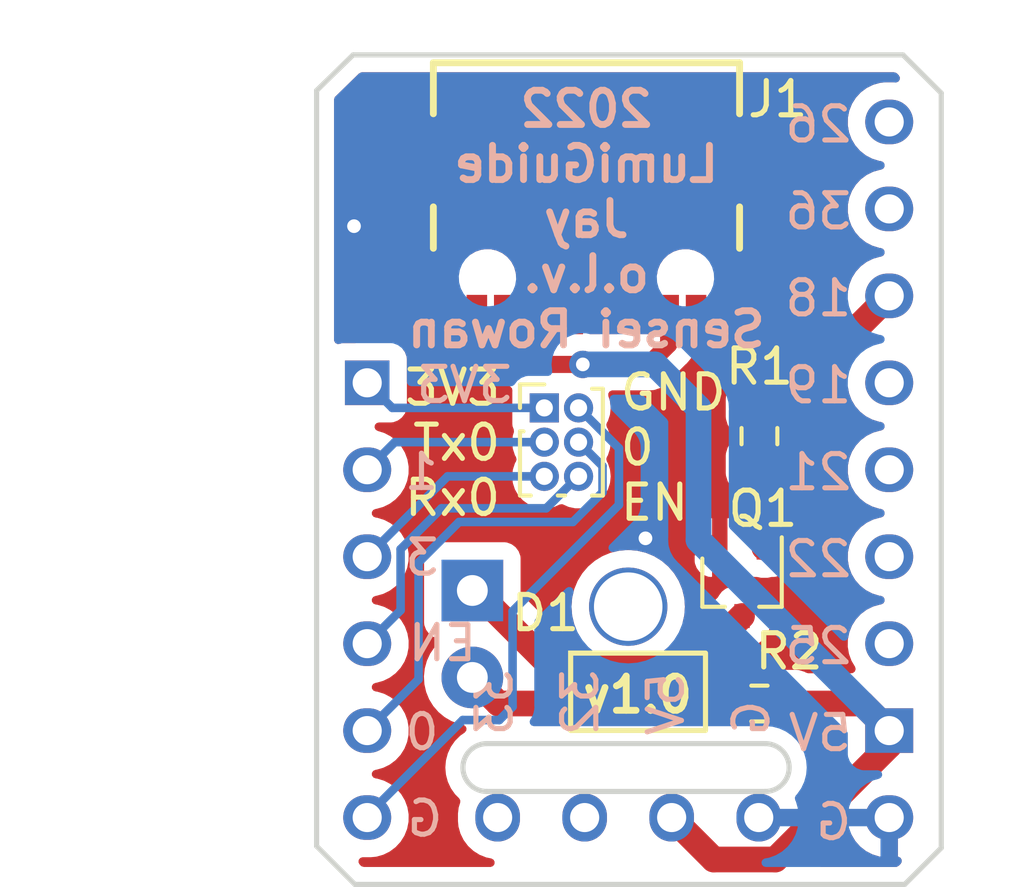
<source format=kicad_pcb>
(kicad_pcb (version 20211014) (generator pcbnew)
  (title_block (title "airco") (date "04-10-2022") (rev "0") (company "lumiguide"))
  (layers (0 "F.Cu" signal) (31 "B.Cu" signal) (34 "B.Paste" user) (35 "F.Paste" user) (36 "B.SilkS" user "B.Silkscreen") (37 "F.SilkS" user "F.Silkscreen") (38 "B.Mask" user) (39 "F.Mask" user) (44 "Edge.Cuts" user))
  (net 0 "")
  (net 1 "Net-(D1-Pad1)")
  (net 2 "Net-(D1-Pad2)")
  (net 3 "GND")
  (net 4 "5V")
  (net 5 "IO18")
  (net 11 "Net-(J2-Pad1)")
  (net 15 "Net-(J2-Pad2)")
  (net 16 "Net-(J2-Pad3)")
  (net 17 "Net-(J2-Pad4)")
  (net 18 "Net-(J2-Pad5)")
  (net 19 "Net-(J2-Pad6)")
  (net 20 "Net-(Q1-Pad1)")
  (footprint "Resistor_SMD:R_0603_1608Metric" (layer "F.Cu") (at 49.276 44.704)
    (fp_text reference "R2" (at 0.8636 -1.524) (layer "F.SilkS"))
    (fp_text value "33.2 ohm")
    (fp_line (start -0.237258 0.5225) (end 0.237258 0.5225) (layer "F.SilkS") (width 0.12))
    (fp_line (start -0.237258 -0.5225) (end 0.237258 -0.5225) (layer "F.SilkS") (width 0.12))
    (pad "1" smd roundrect (at -0.825 0) (size 0.8 0.95) (layers "F.Cu" "F.Paste" "F.Mask") (net 2 "Net-(D1-Pad2)"))
    (pad "2" smd roundrect (at 0.825 0) (size 0.8 0.95) (layers "F.Cu" "F.Paste" "F.Mask") (net 4 "5V"))
  )
  (footprint "Resistor_SMD:R_0603_1608Metric" (layer "F.Cu") (at 49.276 36.893 90)
    (fp_text reference "R1" (at 2.032 0) (layer "F.SilkS"))
    (fp_text value "100 ohm")
    (fp_line (start -0.237258 0.5225) (end 0.237258 0.5225) (layer "F.SilkS") (width 0.12))
    (fp_line (start -0.237258 -0.5225) (end 0.237258 -0.5225) (layer "F.SilkS") (width 0.12))
    (pad "1" smd roundrect (at -0.825 0 90) (size 0.8 0.95) (layers "F.Cu" "F.Paste" "F.Mask") (net 20 "Net-(Q1-Pad1)"))
    (pad "2" smd roundrect (at 0.825 0 90) (size 0.8 0.95) (layers "F.Cu" "F.Paste" "F.Mask") (net 5 "IO18"))
  )
  (footprint "LED_THT:LED_D5.0mm_IRGrey" (layer "F.Cu") (at 40.894 41.402 -90)
    (fp_text reference "D1" (at 0.6604 -2.1336 180) (layer "F.SilkS"))
    (fp_text value "LD271")
    (pad "1" thru_hole rect (at 0 0 270) (size 1.8 1.8) (drill 0.9) (layers *.Cu *.Mask) (net 1 "Net-(D1-Pad1)"))
    (pad "2" thru_hole circle (at 2.54 0 270) (size 1.8 1.8) (drill 0.9) (layers *.Cu *.Mask) (net 2 "Net-(D1-Pad2)"))
  )
  (footprint "USB4110-GF-A_REVB:GCT_USB4110-GF-A_REVB" (layer "F.Cu") (at 44.226 32.266 180)
    (fp_text reference "J1" (at -5.5834 5.215 180) (layer "F.SilkS"))
    (fp_text value "USB4110-GF-A_REVB")
    (fp_line (start -4.47 4.79) (end -4.47 6.28) (layer "F.SilkS") (width 0.2))
    (fp_line (start 4.47 0.86) (end 4.47 2.07) (layer "F.SilkS") (width 0.2))
    (fp_line (start 4.47 6.28) (end 4.47 4.79) (layer "F.SilkS") (width 0.2))
    (fp_line (start -4.47 6.28) (end 4.47 6.28) (layer "F.SilkS") (width 0.2))
    (fp_line (start -4.47 0.86) (end -4.47 2.07) (layer "F.SilkS") (width 0.2))
    (pad "" np_thru_hole circle (at 2.89 0 180) (size 0.65 0.65) (drill 0.65) (layers *.Cu *.Mask))
    (pad "" np_thru_hole circle (at -2.89 0 180) (size 0.65 0.65) (drill 0.65) (layers *.Cu *.Mask))
    (pad "A1/B12" smd rect (at -3.2 -1.075 180) (size 0.6 1.15) (layers "F.Cu" "F.Paste" "F.Mask") (net 3 "GND"))
    (pad "A4/B9" smd rect (at -2.4 -1.075 180) (size 0.6 1.15) (layers "F.Cu" "F.Paste" "F.Mask") (net 4 "5V"))
    (pad "A5" smd rect (at -1.25 -1.075 180) (size 0.3 1.15) (layers "F.Cu" "F.Paste" "F.Mask"))
    (pad "A6" smd rect (at -0.25 -1.075 180) (size 0.3 1.15) (layers "F.Cu" "F.Paste" "F.Mask"))
    (pad "A7" smd rect (at 0.25 -1.075 180) (size 0.3 1.15) (layers "F.Cu" "F.Paste" "F.Mask"))
    (pad "A8" smd rect (at 1.25 -1.075 180) (size 0.3 1.15) (layers "F.Cu" "F.Paste" "F.Mask"))
    (pad "B1/A12" smd rect (at 3.2 -1.075 180) (size 0.6 1.15) (layers "F.Cu" "F.Paste" "F.Mask") (net 3 "GND"))
    (pad "B4/A9" smd rect (at 2.4 -1.075 180) (size 0.6 1.15) (layers "F.Cu" "F.Paste" "F.Mask") (net 4 "5V"))
    (pad "B5" smd rect (at 1.75 -1.075 180) (size 0.3 1.15) (layers "F.Cu" "F.Paste" "F.Mask"))
    (pad "B6" smd rect (at 0.75 -1.075 180) (size 0.3 1.15) (layers "F.Cu" "F.Paste" "F.Mask"))
    (pad "B7" smd rect (at -0.75 -1.075 180) (size 0.3 1.15) (layers "F.Cu" "F.Paste" "F.Mask"))
    (pad "B8" smd rect (at -1.75 -1.075 180) (size 0.3 1.15) (layers "F.Cu" "F.Paste" "F.Mask"))
    (pad "S1" smd rect (at -5.11 -0.5 180) (size 2.18 2) (layers "F.Cu" "F.Paste" "F.Mask") (net 3 "GND"))
    (pad "S2" smd rect (at 5.11 -0.5 180) (size 2.18 2) (layers "F.Cu" "F.Paste" "F.Mask") (net 3 "GND"))
    (pad "S3" smd rect (at -5.11 3.43 180) (size 2.18 2) (layers "F.Cu" "F.Paste" "F.Mask") (net 3 "GND"))
    (pad "S4" smd rect (at 5.11 3.43 180) (size 2.18 2) (layers "F.Cu" "F.Paste" "F.Mask") (net 3 "GND"))
  )
  (footprint "Connector_PinHeader_1.00mm:PinHeader_2x03_P1.00mm_Vertical" (layer "F.Cu") (at 42.994999 36.068)
    (fp_text reference "J2")
    (fp_text value "Conn_02x03_Odd_Even_MountingPin")
    (fp_line (start 1.71 -0.56) (end 1.71 2.56) (layer "F.SilkS") (width 0.12))
    (fp_line (start -0.71 -0.685) (end 0 -0.685) (layer "F.SilkS") (width 0.12))
    (fp_line (start -0.71 0) (end -0.71 -0.685) (layer "F.SilkS") (width 0.12))
    (fp_line (start -0.71 0.685) (end -0.608276 0.685) (layer "F.SilkS") (width 0.12))
    (fp_line (start -0.71 2.56) (end -0.394493 2.56) (layer "F.SilkS") (width 0.12))
    (fp_line (start 1.394493 2.56) (end 1.71 2.56) (layer "F.SilkS") (width 0.12))
    (fp_line (start -0.71 0.685) (end -0.71 2.56) (layer "F.SilkS") (width 0.12))
    (fp_line (start 1.394493 -0.56) (end 1.71 -0.56) (layer "F.SilkS") (width 0.12))
    (fp_line (start 0.394493 2.56) (end 0.605507 2.56) (layer "F.SilkS") (width 0.12))
    (pad "1" thru_hole rect (at 0 0) (size 0.85 0.85) (drill 0.5) (layers *.Cu *.Mask) (net 11 "Net-(J2-Pad1)"))
    (pad "2" thru_hole oval (at 1 0) (size 0.85 0.85) (drill 0.5) (layers *.Cu *.Mask) (net 15 "Net-(J2-Pad2)"))
    (pad "3" thru_hole oval (at 0 1) (size 0.85 0.85) (drill 0.5) (layers *.Cu *.Mask) (net 16 "Net-(J2-Pad3)"))
    (pad "4" thru_hole oval (at 1 1) (size 0.85 0.85) (drill 0.5) (layers *.Cu *.Mask) (net 17 "Net-(J2-Pad4)"))
    (pad "5" thru_hole oval (at 0 2) (size 0.85 0.85) (drill 0.5) (layers *.Cu *.Mask) (net 18 "Net-(J2-Pad5)"))
    (pad "6" thru_hole oval (at 1 2) (size 0.85 0.85) (drill 0.5) (layers *.Cu *.Mask) (net 19 "Net-(J2-Pad6)"))
  )
  (footprint "Package_TO_SOT_SMD:SOT-323_SC-70" (layer "F.Cu") (at 48.768 41.148 -90)
    (fp_text reference "Q1" (at -2.1336 -0.6096 180) (layer "F.SilkS"))
    (fp_text value "BSS214NW")
    (fp_line (start 0.73 0.5) (end 0.73 1.16) (layer "F.SilkS") (width 0.12))
    (fp_line (start 0.73 -1.16) (end 0.73 -0.5) (layer "F.SilkS") (width 0.12))
    (fp_line (start -0.68 1.16) (end 0.73 1.16) (layer "F.SilkS") (width 0.12))
    (fp_line (start 0.73 -1.16) (end -1.3 -1.16) (layer "F.SilkS") (width 0.12))
    (pad "1" smd rect (at -1 -0.65 180) (size 0.45 0.7) (layers "F.Cu" "F.Paste" "F.Mask") (net 20 "Net-(Q1-Pad1)"))
    (pad "2" smd rect (at -1 0.65 180) (size 0.45 0.7) (layers "F.Cu" "F.Paste" "F.Mask") (net 3 "GND"))
    (pad "3" smd rect (at 1 0 180) (size 0.45 0.7) (layers "F.Cu" "F.Paste" "F.Mask") (net 1 "Net-(D1-Pad1)"))
  )
  (footprint "fa603e63f9aa0e06760f68fa7b63b726-43bf3e6480359f64eb3430bd220fdd2fb23b2790:StampPico_template" (layer "B.Cu") (at 45.44482 41.87474 180)
    (fp_text reference "U1" hide)
    (fp_text value "Stamp_Pico" hide)
    (fp_text user "3" (at 5.44618 1.43474) (layer "B.SilkS") (effects (justify left mirror)))
    (fp_text user "5V" (at -6.59982 -3.69226) (layer "B.SilkS") (effects (justify left mirror)))
    (fp_text user "5V" (at -1.098908 -3.850703 90) (layer "B.SilkS") (effects (justify right mirror)))
    (fp_text user "22" (at -6.59982 1.38774) (layer "B.SilkS") (effects (justify left mirror)))
    (fp_text user "G" (at 5.334 -6.19226) (layer "B.SilkS") (effects (justify left mirror)))
    (fp_text user "19" (at -6.59982 6.46774) (layer "B.SilkS") (effects (justify left mirror)))
    (fp_text user "32" (at 1.401092 -3.850703 90) (layer "B.SilkS") (effects (justify right mirror)))
    (fp_text user "EN" (at 4.34618 -1.06526) (layer "B.SilkS") (effects (justify left mirror)))
    (fp_text user "33" (at 3.901092 -3.850703 90) (layer "B.SilkS") (effects (justify right mirror)))
    (fp_text user "G" (at -6.59982 -6.29226) (layer "B.SilkS") (effects (justify left mirror)))
    (fp_text user "36" (at -6.59982 11.54774) (layer "B.SilkS") (effects (justify left mirror)))
    (fp_text user "1" (at 5.461 3.937) (layer "B.SilkS") (effects (justify left mirror)))
    (fp_text user "25" (at -6.59982 -1.15226) (layer "B.SilkS") (effects (justify left mirror)))
    (fp_text user "0" (at 5.44618 -3.66526) (layer "B.SilkS") (effects (justify left mirror)))
    (fp_text user "21" (at -6.59982 3.92774) (layer "B.SilkS") (effects (justify left mirror)))
    (fp_text user "26" (at -6.59982 14.08774) (layer "B.SilkS") (effects (justify left mirror)))
    (fp_text user "G" (at -3.598908 -3.850703 90) (layer "B.SilkS") (effects (justify right mirror)))
    (fp_text user "18" (at -6.59982 9.00774) (layer "B.SilkS") (effects (justify left mirror)))
    (fp_text user "3V3" (at 3.302 6.477) (layer "B.SilkS") (effects (justify left mirror)))
    (fp_line (start -4.0005 -4.0005) (end 4.1275 -4.0005) (layer "Edge.Cuts") (width 0.15))
    (fp_line (start 4.1275 -5.3975) (end -4.0005 -5.3975) (layer "Edge.Cuts") (width 0.15))
    (fp_arc (start 4.1275 -5.3975) (mid 4.826 -4.699) (end 4.1275 -4.0005) (layer "Edge.Cuts") (width 0.15))
    (fp_arc (start -4.0005 -4.0005) (mid -4.699 -4.699) (end -4.0005 -5.3975) (layer "Edge.Cuts") (width 0.15))
    (pad "0" thru_hole circle (at 0 0 180) (size 2.286 2.286) (drill 2) (layers *.Cu *.Mask))
    (pad "1" thru_hole oval (at -7.61982 14.15974 180) (size 1.4 1.3) (drill 0.85) (layers *.Cu *.Mask))
    (pad "2" thru_hole oval (at -7.61982 11.61974 180) (size 1.4 1.3) (drill 0.85) (layers *.Cu *.Mask))
    (pad "3" thru_hole oval (at -7.61982 9.07974 180) (size 1.4 1.3) (drill 0.85) (layers *.Cu *.Mask) (net 5 "IO18"))
    (pad "4" thru_hole oval (at -7.61982 6.53974 180) (size 1.4 1.3) (drill 0.85) (layers *.Cu *.Mask))
    (pad "5" thru_hole oval (at -7.61982 3.99974 180) (size 1.4 1.3) (drill 0.85) (layers *.Cu *.Mask))
    (pad "6" thru_hole oval (at -7.61982 1.45974 180) (size 1.4 1.3) (drill 0.85) (layers *.Cu *.Mask))
    (pad "7" thru_hole oval (at -7.61982 -1.08026 180) (size 1.4 1.3) (drill 0.85) (layers *.Cu *.Mask))
    (pad "8" thru_hole rect (at -7.61982 -3.62026 180) (size 1.4 1.3) (drill 0.85) (layers *.Cu *.Mask) (net 4 "5V"))
    (pad "9" thru_hole oval (at -7.61982 -6.16026 180) (size 1.4 1.3) (drill 0.85) (layers *.Cu *.Mask) (net 3 "GND"))
    (pad "10" thru_hole oval (at -3.81076 -6.16026 90) (size 1.4 1.3) (drill 0.85) (layers *.Cu *.Mask) (net 3 "GND"))
    (pad "11" thru_hole oval (at -1.26822 -6.16026 90) (size 1.4 1.3) (drill 0.85) (layers *.Cu *.Mask) (net 4 "5V"))
    (pad "12" thru_hole oval (at 1.27178 -6.16026 90) (size 1.4 1.3) (drill 0.85) (layers *.Cu *.Mask))
    (pad "13" thru_hole oval (at 3.81178 -6.16026 90) (size 1.4 1.3) (drill 0.85) (layers *.Cu *.Mask))
    (pad "14" thru_hole oval (at 7.62018 -6.16026) (size 1.4 1.3) (drill 0.85) (layers *.Cu *.Mask) (net 15 "Net-(J2-Pad2)"))
    (pad "15" thru_hole oval (at 7.62018 -3.62026) (size 1.4 1.3) (drill 0.85) (layers *.Cu *.Mask) (net 17 "Net-(J2-Pad4)"))
    (pad "16" thru_hole oval (at 7.62018 -1.08026) (size 1.4 1.3) (drill 0.85) (layers *.Cu *.Mask) (net 19 "Net-(J2-Pad6)"))
    (pad "17" thru_hole oval (at 7.62018 1.45974) (size 1.4 1.3) (drill 0.85) (layers *.Cu *.Mask) (net 18 "Net-(J2-Pad5)"))
    (pad "18" thru_hole oval (at 7.62018 3.99974) (size 1.4 1.3) (drill 0.85) (layers *.Cu *.Mask) (net 16 "Net-(J2-Pad3)"))
    (pad "19" thru_hole rect (at 7.62018 6.53974) (size 1.3 1.3) (drill 0.85) (layers *.Cu *.Mask) (net 11 "Net-(J2-Pad1)"))
  )
  (gr_rect (start 43.7642 45.4914) (end 47.7012 43.2308) (layer "F.SilkS") (width 0.15) (fill none))
  (gr_line (start 53.467 25.7556) (end 54.5846 26.8732) (layer "Edge.Cuts") (width 0.15))
  (gr_line (start 54.5846 48.9204) (end 53.5178 49.9872) (layer "Edge.Cuts") (width 0.15))
  (gr_line (start 37.4142 25.7556) (end 53.467 25.7556) (layer "Edge.Cuts") (width 0.15))
  (gr_line (start 53.5178 49.9872) (end 37.465 49.9872) (layer "Edge.Cuts") (width 0.15))
  (gr_line (start 36.3474 26.797) (end 37.4142 25.7556) (layer "Edge.Cuts") (width 0.15))
  (gr_line (start 54.5846 26.8732) (end 54.5846 48.9204) (layer "Edge.Cuts") (width 0.15))
  (gr_line (start 37.465 49.9872) (end 36.3474 48.8696) (layer "Edge.Cuts") (width 0.15))
  (gr_line (start 36.3474 48.8696) (end 36.3474 26.797) (layer "Edge.Cuts") (width 0.15))
  (gr_text "2022\nLumiGuide\nJay\no.l.v.\nSensei Rowan" (at 44.2214 30.5562) (layer "B.SilkS") (effects (font (size 1 1) (thickness 0.2)) (justify mirror)))
  (gr_text "3V3\nTx0\nRx0" (at 41.796737 37.086962) (layer "F.SilkS") (effects (font (size 1 1)) (justify right)))
  (gr_text "GND\n0\nEN" (at 45.137411 37.226156) (layer "F.SilkS") (effects (font (size 1 1)) (justify left)))
  (gr_text "v1.0" (at 45.72 44.45) (layer "F.SilkS") (effects (font (size 1 1) (thickness 0.2))))
  (segment (start 43.11094 43.54274) (end 47.37326 43.54274) (width 0.75) (layer "F.Cu") (net 1))
  (segment (start 40.894 41.402) (end 40.9194 41.402) (width 0.75) (layer "F.Cu") (net 1))
  (segment (start 40.9194 41.402) (end 40.9448 41.3766) (width 0.75) (layer "F.Cu") (net 1))
  (segment (start 40.9448 41.3766) (end 43.11094 43.54274) (width 0.75) (layer "F.Cu") (net 1))
  (segment (start 47.37326 43.54274) (end 48.768 42.148) (width 0.75) (layer "F.Cu") (net 1))
  (segment (start 40.894 43.942) (end 41.656 44.704) (width 0.75) (layer "F.Cu") (net 2))
  (segment (start 41.656 44.704) (end 48.451 44.704) (width 0.75) (layer "F.Cu") (net 2))
  (segment (start 48.761 33.341) (end 49.336 32.766) (width 0.25) (layer "F.Cu") (net 3))
  (segment (start 39.691 33.341) (end 39.116 32.766) (width 0.25) (layer "F.Cu") (net 3))
  (segment (start 47.426 33.341) (end 48.761 33.341) (width 0.25) (layer "F.Cu") (net 3))
  (segment (start 41.026 33.341) (end 39.691 33.341) (width 0.25) (layer "F.Cu") (net 3))
  (via (at 45.9486 39.878) (size 0.8) (drill 0.4) (layers "F.Cu" "B.Cu") (net 3))
  (via (at 37.4396 30.7594) (size 0.8) (drill 0.4) (layers "F.Cu" "B.Cu") (net 3))
  (segment (start 49.25558 48.035) (end 49.501 48.035) (width 0.75) (layer "B.Cu") (net 3))
  (segment (start 49.501 48.035) (end 49.53 48.006) (width 0.75) (layer "B.Cu") (net 3))
  (segment (start 53.06464 45.937641) (end 53.06464 45.495) (width 0.75) (layer "F.Cu") (net 4))
  (segment (start 49.742281 49.26) (end 53.06464 45.937641) (width 0.75) (layer "F.Cu") (net 4))
  (segment (start 52.27364 44.704) (end 53.06464 45.495) (width 0.75) (layer "F.Cu") (net 4))
  (segment (start 44.1198 34.798) (end 46.044 34.798) (width 0.5) (layer "F.Cu") (net 4))
  (segment (start 44.1198 34.798) (end 42.408 34.798) (width 0.5) (layer "F.Cu") (net 4))
  (segment (start 41.826 34.216) (end 41.826 33.341) (width 0.5) (layer "F.Cu") (net 4))
  (segment (start 46.71304 48.035) (end 47.93804 49.26) (width 0.75) (layer "F.Cu") (net 4))
  (segment (start 46.626 34.216) (end 46.626 33.341) (width 0.5) (layer "F.Cu") (net 4))
  (segment (start 52.83964 45.72) (end 53.06464 45.495) (width 0.75) (layer "F.Cu") (net 4))
  (segment (start 46.044 34.798) (end 46.626 34.216) (width 0.5) (layer "F.Cu") (net 4))
  (segment (start 47.93804 49.26) (end 49.742281 49.26) (width 0.75) (layer "F.Cu") (net 4))
  (segment (start 42.408 34.798) (end 41.826 34.216) (width 0.5) (layer "F.Cu") (net 4))
  (segment (start 50.101 44.704) (end 52.27364 44.704) (width 0.75) (layer "F.Cu") (net 4))
  (via (at 44.1198 34.798) (size 0.8) (drill 0.4) (layers "F.Cu" "B.Cu") (net 4))
  (segment (start 46.228 34.798) (end 47.498 36.068) (width 0.75) (layer "B.Cu") (net 4))
  (segment (start 47.498 39.92836) (end 53.06464 45.495) (width 0.75) (layer "B.Cu") (net 4))
  (segment (start 47.498 36.068) (end 47.498 39.92836) (width 0.75) (layer "B.Cu") (net 4))
  (segment (start 44.1198 34.798) (end 46.228 34.798) (width 0.75) (layer "B.Cu") (net 4))
  (segment (start 49.79164 36.068) (end 53.06464 32.795) (width 0.75) (layer "F.Cu") (net 5))
  (segment (start 49.276 36.068) (end 49.79164 36.068) (width 0.75) (layer "F.Cu") (net 5))
  (segment (start 42.994999 36.068) (end 38.55764 36.068) (width 0.25) (layer "B.Cu") (net 11))
  (segment (start 38.55764 36.068) (end 37.82464 35.335) (width 0.25) (layer "B.Cu") (net 11))
  (segment (start 37.82464 47.97656) (end 37.82464 48.035) (width 0.25) (layer "B.Cu") (net 15))
  (segment (start 45.174335 38.899665) (end 42.069 42.005) (width 0.25) (layer "B.Cu") (net 15))
  (segment (start 40.6146 45.1866) (end 37.82464 47.97656) (width 0.25) (layer "B.Cu") (net 15))
  (segment (start 42.069 44.799) (end 41.6814 45.1866) (width 0.25) (layer "B.Cu") (net 15))
  (segment (start 43.994999 36.068) (end 45.174335 37.247336) (width 0.25) (layer "B.Cu") (net 15))
  (segment (start 45.174335 37.247336) (end 45.174335 38.899665) (width 0.25) (layer "B.Cu") (net 15))
  (segment (start 42.069 42.005) (end 42.069 44.799) (width 0.25) (layer "B.Cu") (net 15))
  (segment (start 41.6814 45.1866) (end 40.6146 45.1866) (width 0.25) (layer "B.Cu") (net 15))
  (segment (start 42.994999 37.068) (end 38.63164 37.068) (width 0.25) (layer "B.Cu") (net 16))
  (segment (start 38.63164 37.068) (end 37.82464 37.875) (width 0.25) (layer "B.Cu") (net 16))
  (segment (start 44.694999 38.534726) (end 43.828703 39.401022) (width 0.25) (layer "B.Cu") (net 17))
  (segment (start 39.323951 40.582026) (end 39.323951 43.995689) (width 0.25) (layer "B.Cu") (net 17))
  (segment (start 43.828703 39.401022) (end 40.504955 39.401022) (width 0.25) (layer "B.Cu") (net 17))
  (segment (start 44.694999 37.768) (end 44.694999 38.534726) (width 0.25) (layer "B.Cu") (net 17))
  (segment (start 39.323951 43.995689) (end 37.82464 45.495) (width 0.25) (layer "B.Cu") (net 17))
  (segment (start 43.994999 37.068) (end 44.694999 37.768) (width 0.25) (layer "B.Cu") (net 17))
  (segment (start 40.504955 39.401022) (end 39.323951 40.582026) (width 0.25) (layer "B.Cu") (net 17))
  (segment (start 42.994999 38.068) (end 40.17164 38.068) (width 0.25) (layer "B.Cu") (net 18))
  (segment (start 40.17164 38.068) (end 37.82464 40.415) (width 0.25) (layer "B.Cu") (net 18))
  (segment (start 43.994999 38.068) (end 43.974 38.068) (width 0.25) (layer "B.Cu") (net 19))
  (segment (start 43.942 38.1) (end 43.942 38.110949) (width 0.25) (layer "B.Cu") (net 19))
  (segment (start 43.051927 39.001022) (end 39.992978 39.001022) (width 0.25) (layer "B.Cu") (net 19))
  (segment (start 43.942 38.110949) (end 43.051927 39.001022) (width 0.25) (layer "B.Cu") (net 19))
  (segment (start 43.974 38.068) (end 43.942 38.1) (width 0.25) (layer "B.Cu") (net 19))
  (segment (start 38.79964 40.19436) (end 38.79964 41.98) (width 0.25) (layer "B.Cu") (net 19))
  (segment (start 38.79964 41.98) (end 37.82464 42.955) (width 0.25) (layer "B.Cu") (net 19))
  (segment (start 39.992978 39.001022) (end 38.79964 40.19436) (width 0.25) (layer "B.Cu") (net 19))
  (segment (start 49.418 37.86) (end 49.276 37.718) (width 0.75) (layer "F.Cu") (net 20))
  (segment (start 49.418 40.148) (end 49.418 37.86) (width 0.75) (layer "F.Cu") (net 20))
  (zone (net 3) (net_name "GND") (layers F&B.Cu) (name "GND") (connect_pads (clearance 0.508)) (min_thickness 0.254) (fill yes (thermal_gap 0.508) (thermal_bridge_width 0.508))
    (polygon (pts (xy 53.2638 26.162) (xy 54.2036 27.0256) (xy 54.2544 48.7172) (xy 53.2892 49.5808) (xy 37.6174 49.6062) (xy 36.703 48.6918) (xy 36.7538 26.9494) (xy 37.592 26.1366)))
  )
)
</source>
